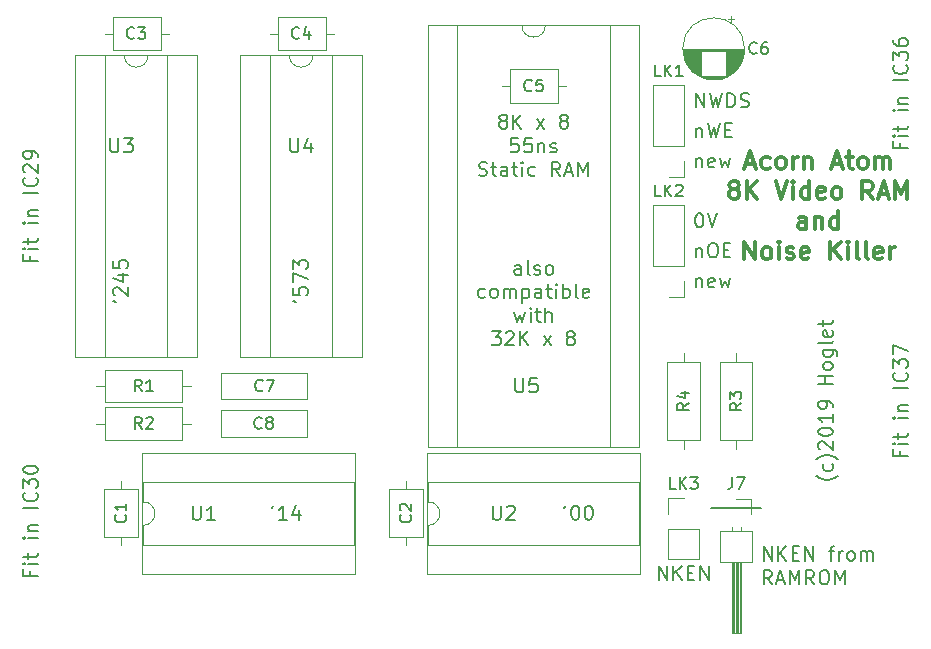
<source format=gto>
G04 #@! TF.GenerationSoftware,KiCad,Pcbnew,5.0.2-bee76a0~70~ubuntu16.04.1*
G04 #@! TF.CreationDate,2019-04-16T16:13:36+01:00*
G04 #@! TF.ProjectId,AtomRamAndNoiseKiller,41746f6d-5261-46d4-916e-644e6f697365,rev?*
G04 #@! TF.SameCoordinates,PX8e4fe28PY93c3260*
G04 #@! TF.FileFunction,Legend,Top*
G04 #@! TF.FilePolarity,Positive*
%FSLAX46Y46*%
G04 Gerber Fmt 4.6, Leading zero omitted, Abs format (unit mm)*
G04 Created by KiCad (PCBNEW 5.0.2-bee76a0~70~ubuntu16.04.1) date Tue 16 Apr 2019 16:13:36 BST*
%MOMM*%
%LPD*%
G01*
G04 APERTURE LIST*
%ADD10C,0.200000*%
%ADD11C,0.300000*%
%ADD12C,0.120000*%
%ADD13C,0.150000*%
G04 APERTURE END LIST*
D10*
X69580000Y10195715D02*
X69522857Y10138572D01*
X69351428Y10024286D01*
X69237142Y9967143D01*
X69065714Y9910000D01*
X68780000Y9852858D01*
X68551428Y9852858D01*
X68265714Y9910000D01*
X68094285Y9967143D01*
X67980000Y10024286D01*
X67808571Y10138572D01*
X67751428Y10195715D01*
X69065714Y11167143D02*
X69122857Y11052858D01*
X69122857Y10824286D01*
X69065714Y10710000D01*
X69008571Y10652858D01*
X68894285Y10595715D01*
X68551428Y10595715D01*
X68437142Y10652858D01*
X68380000Y10710000D01*
X68322857Y10824286D01*
X68322857Y11052858D01*
X68380000Y11167143D01*
X69580000Y11567143D02*
X69522857Y11624286D01*
X69351428Y11738572D01*
X69237142Y11795715D01*
X69065714Y11852858D01*
X68780000Y11910000D01*
X68551428Y11910000D01*
X68265714Y11852858D01*
X68094285Y11795715D01*
X67980000Y11738572D01*
X67808571Y11624286D01*
X67751428Y11567143D01*
X68037142Y12424286D02*
X67980000Y12481429D01*
X67922857Y12595715D01*
X67922857Y12881429D01*
X67980000Y12995715D01*
X68037142Y13052858D01*
X68151428Y13110000D01*
X68265714Y13110000D01*
X68437142Y13052858D01*
X69122857Y12367143D01*
X69122857Y13110000D01*
X67922857Y13852858D02*
X67922857Y13967143D01*
X67980000Y14081429D01*
X68037142Y14138572D01*
X68151428Y14195715D01*
X68380000Y14252858D01*
X68665714Y14252858D01*
X68894285Y14195715D01*
X69008571Y14138572D01*
X69065714Y14081429D01*
X69122857Y13967143D01*
X69122857Y13852858D01*
X69065714Y13738572D01*
X69008571Y13681429D01*
X68894285Y13624286D01*
X68665714Y13567143D01*
X68380000Y13567143D01*
X68151428Y13624286D01*
X68037142Y13681429D01*
X67980000Y13738572D01*
X67922857Y13852858D01*
X69122857Y15395715D02*
X69122857Y14710000D01*
X69122857Y15052858D02*
X67922857Y15052858D01*
X68094285Y14938572D01*
X68208571Y14824286D01*
X68265714Y14710000D01*
X69122857Y15967143D02*
X69122857Y16195715D01*
X69065714Y16310000D01*
X69008571Y16367143D01*
X68837142Y16481429D01*
X68608571Y16538572D01*
X68151428Y16538572D01*
X68037142Y16481429D01*
X67980000Y16424286D01*
X67922857Y16310000D01*
X67922857Y16081429D01*
X67980000Y15967143D01*
X68037142Y15910000D01*
X68151428Y15852858D01*
X68437142Y15852858D01*
X68551428Y15910000D01*
X68608571Y15967143D01*
X68665714Y16081429D01*
X68665714Y16310000D01*
X68608571Y16424286D01*
X68551428Y16481429D01*
X68437142Y16538572D01*
X69122857Y17967143D02*
X67922857Y17967143D01*
X68494285Y17967143D02*
X68494285Y18652858D01*
X69122857Y18652858D02*
X67922857Y18652858D01*
X69122857Y19395715D02*
X69065714Y19281429D01*
X69008571Y19224286D01*
X68894285Y19167143D01*
X68551428Y19167143D01*
X68437142Y19224286D01*
X68380000Y19281429D01*
X68322857Y19395715D01*
X68322857Y19567143D01*
X68380000Y19681429D01*
X68437142Y19738572D01*
X68551428Y19795715D01*
X68894285Y19795715D01*
X69008571Y19738572D01*
X69065714Y19681429D01*
X69122857Y19567143D01*
X69122857Y19395715D01*
X68322857Y20824286D02*
X69294285Y20824286D01*
X69408571Y20767143D01*
X69465714Y20710000D01*
X69522857Y20595715D01*
X69522857Y20424286D01*
X69465714Y20310000D01*
X69065714Y20824286D02*
X69122857Y20710000D01*
X69122857Y20481429D01*
X69065714Y20367143D01*
X69008571Y20310000D01*
X68894285Y20252858D01*
X68551428Y20252858D01*
X68437142Y20310000D01*
X68380000Y20367143D01*
X68322857Y20481429D01*
X68322857Y20710000D01*
X68380000Y20824286D01*
X69122857Y21567143D02*
X69065714Y21452858D01*
X68951428Y21395715D01*
X67922857Y21395715D01*
X69065714Y22481429D02*
X69122857Y22367143D01*
X69122857Y22138572D01*
X69065714Y22024286D01*
X68951428Y21967143D01*
X68494285Y21967143D01*
X68380000Y22024286D01*
X68322857Y22138572D01*
X68322857Y22367143D01*
X68380000Y22481429D01*
X68494285Y22538572D01*
X68608571Y22538572D01*
X68722857Y21967143D01*
X68322857Y22881429D02*
X68322857Y23338572D01*
X67922857Y23052858D02*
X68951428Y23052858D01*
X69065714Y23110000D01*
X69122857Y23224286D01*
X69122857Y23338572D01*
X42729285Y27222143D02*
X42729285Y27850715D01*
X42672142Y27965000D01*
X42557857Y28022143D01*
X42329285Y28022143D01*
X42215000Y27965000D01*
X42729285Y27279286D02*
X42615000Y27222143D01*
X42329285Y27222143D01*
X42215000Y27279286D01*
X42157857Y27393572D01*
X42157857Y27507858D01*
X42215000Y27622143D01*
X42329285Y27679286D01*
X42615000Y27679286D01*
X42729285Y27736429D01*
X43472142Y27222143D02*
X43357857Y27279286D01*
X43300714Y27393572D01*
X43300714Y28422143D01*
X43872142Y27279286D02*
X43986428Y27222143D01*
X44215000Y27222143D01*
X44329285Y27279286D01*
X44386428Y27393572D01*
X44386428Y27450715D01*
X44329285Y27565000D01*
X44215000Y27622143D01*
X44043571Y27622143D01*
X43929285Y27679286D01*
X43872142Y27793572D01*
X43872142Y27850715D01*
X43929285Y27965000D01*
X44043571Y28022143D01*
X44215000Y28022143D01*
X44329285Y27965000D01*
X45072142Y27222143D02*
X44957857Y27279286D01*
X44900714Y27336429D01*
X44843571Y27450715D01*
X44843571Y27793572D01*
X44900714Y27907858D01*
X44957857Y27965000D01*
X45072142Y28022143D01*
X45243571Y28022143D01*
X45357857Y27965000D01*
X45415000Y27907858D01*
X45472142Y27793572D01*
X45472142Y27450715D01*
X45415000Y27336429D01*
X45357857Y27279286D01*
X45243571Y27222143D01*
X45072142Y27222143D01*
X39672142Y25279286D02*
X39557857Y25222143D01*
X39329285Y25222143D01*
X39215000Y25279286D01*
X39157857Y25336429D01*
X39100714Y25450715D01*
X39100714Y25793572D01*
X39157857Y25907858D01*
X39215000Y25965000D01*
X39329285Y26022143D01*
X39557857Y26022143D01*
X39672142Y25965000D01*
X40357857Y25222143D02*
X40243571Y25279286D01*
X40186428Y25336429D01*
X40129285Y25450715D01*
X40129285Y25793572D01*
X40186428Y25907858D01*
X40243571Y25965000D01*
X40357857Y26022143D01*
X40529285Y26022143D01*
X40643571Y25965000D01*
X40700714Y25907858D01*
X40757857Y25793572D01*
X40757857Y25450715D01*
X40700714Y25336429D01*
X40643571Y25279286D01*
X40529285Y25222143D01*
X40357857Y25222143D01*
X41272142Y25222143D02*
X41272142Y26022143D01*
X41272142Y25907858D02*
X41329285Y25965000D01*
X41443571Y26022143D01*
X41615000Y26022143D01*
X41729285Y25965000D01*
X41786428Y25850715D01*
X41786428Y25222143D01*
X41786428Y25850715D02*
X41843571Y25965000D01*
X41957857Y26022143D01*
X42129285Y26022143D01*
X42243571Y25965000D01*
X42300714Y25850715D01*
X42300714Y25222143D01*
X42872142Y26022143D02*
X42872142Y24822143D01*
X42872142Y25965000D02*
X42986428Y26022143D01*
X43215000Y26022143D01*
X43329285Y25965000D01*
X43386428Y25907858D01*
X43443571Y25793572D01*
X43443571Y25450715D01*
X43386428Y25336429D01*
X43329285Y25279286D01*
X43215000Y25222143D01*
X42986428Y25222143D01*
X42872142Y25279286D01*
X44472142Y25222143D02*
X44472142Y25850715D01*
X44415000Y25965000D01*
X44300714Y26022143D01*
X44072142Y26022143D01*
X43957857Y25965000D01*
X44472142Y25279286D02*
X44357857Y25222143D01*
X44072142Y25222143D01*
X43957857Y25279286D01*
X43900714Y25393572D01*
X43900714Y25507858D01*
X43957857Y25622143D01*
X44072142Y25679286D01*
X44357857Y25679286D01*
X44472142Y25736429D01*
X44872142Y26022143D02*
X45329285Y26022143D01*
X45043571Y26422143D02*
X45043571Y25393572D01*
X45100714Y25279286D01*
X45215000Y25222143D01*
X45329285Y25222143D01*
X45729285Y25222143D02*
X45729285Y26022143D01*
X45729285Y26422143D02*
X45672142Y26365000D01*
X45729285Y26307858D01*
X45786428Y26365000D01*
X45729285Y26422143D01*
X45729285Y26307858D01*
X46300714Y25222143D02*
X46300714Y26422143D01*
X46300714Y25965000D02*
X46415000Y26022143D01*
X46643571Y26022143D01*
X46757857Y25965000D01*
X46815000Y25907858D01*
X46872142Y25793572D01*
X46872142Y25450715D01*
X46815000Y25336429D01*
X46757857Y25279286D01*
X46643571Y25222143D01*
X46415000Y25222143D01*
X46300714Y25279286D01*
X47557857Y25222143D02*
X47443571Y25279286D01*
X47386428Y25393572D01*
X47386428Y26422143D01*
X48472142Y25279286D02*
X48357857Y25222143D01*
X48129285Y25222143D01*
X48015000Y25279286D01*
X47957857Y25393572D01*
X47957857Y25850715D01*
X48015000Y25965000D01*
X48129285Y26022143D01*
X48357857Y26022143D01*
X48472142Y25965000D01*
X48529285Y25850715D01*
X48529285Y25736429D01*
X47957857Y25622143D01*
X42186428Y24022143D02*
X42415000Y23222143D01*
X42643571Y23793572D01*
X42872142Y23222143D01*
X43100714Y24022143D01*
X43557857Y23222143D02*
X43557857Y24022143D01*
X43557857Y24422143D02*
X43500714Y24365000D01*
X43557857Y24307858D01*
X43615000Y24365000D01*
X43557857Y24422143D01*
X43557857Y24307858D01*
X43957857Y24022143D02*
X44415000Y24022143D01*
X44129285Y24422143D02*
X44129285Y23393572D01*
X44186428Y23279286D01*
X44300714Y23222143D01*
X44415000Y23222143D01*
X44815000Y23222143D02*
X44815000Y24422143D01*
X45329285Y23222143D02*
X45329285Y23850715D01*
X45272142Y23965000D01*
X45157857Y24022143D01*
X44986428Y24022143D01*
X44872142Y23965000D01*
X44815000Y23907858D01*
X40272142Y22422143D02*
X41015000Y22422143D01*
X40615000Y21965000D01*
X40786428Y21965000D01*
X40900714Y21907858D01*
X40957857Y21850715D01*
X41015000Y21736429D01*
X41015000Y21450715D01*
X40957857Y21336429D01*
X40900714Y21279286D01*
X40786428Y21222143D01*
X40443571Y21222143D01*
X40329285Y21279286D01*
X40272142Y21336429D01*
X41472142Y22307858D02*
X41529285Y22365000D01*
X41643571Y22422143D01*
X41929285Y22422143D01*
X42043571Y22365000D01*
X42100714Y22307858D01*
X42157857Y22193572D01*
X42157857Y22079286D01*
X42100714Y21907858D01*
X41415000Y21222143D01*
X42157857Y21222143D01*
X42672142Y21222143D02*
X42672142Y22422143D01*
X43357857Y21222143D02*
X42843571Y21907858D01*
X43357857Y22422143D02*
X42672142Y21736429D01*
X44672142Y21222143D02*
X45300714Y22022143D01*
X44672142Y22022143D02*
X45300714Y21222143D01*
X46843571Y21907858D02*
X46729285Y21965000D01*
X46672142Y22022143D01*
X46615000Y22136429D01*
X46615000Y22193572D01*
X46672142Y22307858D01*
X46729285Y22365000D01*
X46843571Y22422143D01*
X47072142Y22422143D01*
X47186428Y22365000D01*
X47243571Y22307858D01*
X47300714Y22193572D01*
X47300714Y22136429D01*
X47243571Y22022143D01*
X47186428Y21965000D01*
X47072142Y21907858D01*
X46843571Y21907858D01*
X46729285Y21850715D01*
X46672142Y21793572D01*
X46615000Y21679286D01*
X46615000Y21450715D01*
X46672142Y21336429D01*
X46729285Y21279286D01*
X46843571Y21222143D01*
X47072142Y21222143D01*
X47186428Y21279286D01*
X47243571Y21336429D01*
X47300714Y21450715D01*
X47300714Y21679286D01*
X47243571Y21793572D01*
X47186428Y21850715D01*
X47072142Y21907858D01*
X57565714Y37087143D02*
X57565714Y36287143D01*
X57565714Y36972858D02*
X57622857Y37030000D01*
X57737142Y37087143D01*
X57908571Y37087143D01*
X58022857Y37030000D01*
X58080000Y36915715D01*
X58080000Y36287143D01*
X59108571Y36344286D02*
X58994285Y36287143D01*
X58765714Y36287143D01*
X58651428Y36344286D01*
X58594285Y36458572D01*
X58594285Y36915715D01*
X58651428Y37030000D01*
X58765714Y37087143D01*
X58994285Y37087143D01*
X59108571Y37030000D01*
X59165714Y36915715D01*
X59165714Y36801429D01*
X58594285Y36687143D01*
X59565714Y37087143D02*
X59794285Y36287143D01*
X60022857Y36858572D01*
X60251428Y36287143D01*
X60480000Y37087143D01*
X57565714Y26927143D02*
X57565714Y26127143D01*
X57565714Y26812858D02*
X57622857Y26870000D01*
X57737142Y26927143D01*
X57908571Y26927143D01*
X58022857Y26870000D01*
X58080000Y26755715D01*
X58080000Y26127143D01*
X59108571Y26184286D02*
X58994285Y26127143D01*
X58765714Y26127143D01*
X58651428Y26184286D01*
X58594285Y26298572D01*
X58594285Y26755715D01*
X58651428Y26870000D01*
X58765714Y26927143D01*
X58994285Y26927143D01*
X59108571Y26870000D01*
X59165714Y26755715D01*
X59165714Y26641429D01*
X58594285Y26527143D01*
X59565714Y26927143D02*
X59794285Y26127143D01*
X60022857Y26698572D01*
X60251428Y26127143D01*
X60480000Y26927143D01*
X57794285Y32407143D02*
X57908571Y32407143D01*
X58022857Y32350000D01*
X58080000Y32292858D01*
X58137142Y32178572D01*
X58194285Y31950000D01*
X58194285Y31664286D01*
X58137142Y31435715D01*
X58080000Y31321429D01*
X58022857Y31264286D01*
X57908571Y31207143D01*
X57794285Y31207143D01*
X57680000Y31264286D01*
X57622857Y31321429D01*
X57565714Y31435715D01*
X57508571Y31664286D01*
X57508571Y31950000D01*
X57565714Y32178572D01*
X57622857Y32292858D01*
X57680000Y32350000D01*
X57794285Y32407143D01*
X58537142Y32407143D02*
X58937142Y31207143D01*
X59337142Y32407143D01*
X57565714Y41367143D02*
X57565714Y42567143D01*
X58251428Y41367143D01*
X58251428Y42567143D01*
X58708571Y42567143D02*
X58994285Y41367143D01*
X59222857Y42224286D01*
X59451428Y41367143D01*
X59737142Y42567143D01*
X60194285Y41367143D02*
X60194285Y42567143D01*
X60480000Y42567143D01*
X60651428Y42510000D01*
X60765714Y42395715D01*
X60822857Y42281429D01*
X60880000Y42052858D01*
X60880000Y41881429D01*
X60822857Y41652858D01*
X60765714Y41538572D01*
X60651428Y41424286D01*
X60480000Y41367143D01*
X60194285Y41367143D01*
X61337142Y41424286D02*
X61508571Y41367143D01*
X61794285Y41367143D01*
X61908571Y41424286D01*
X61965714Y41481429D01*
X62022857Y41595715D01*
X62022857Y41710000D01*
X61965714Y41824286D01*
X61908571Y41881429D01*
X61794285Y41938572D01*
X61565714Y41995715D01*
X61451428Y42052858D01*
X61394285Y42110000D01*
X61337142Y42224286D01*
X61337142Y42338572D01*
X61394285Y42452858D01*
X61451428Y42510000D01*
X61565714Y42567143D01*
X61851428Y42567143D01*
X62022857Y42510000D01*
X57565714Y29467143D02*
X57565714Y28667143D01*
X57565714Y29352858D02*
X57622857Y29410000D01*
X57737142Y29467143D01*
X57908571Y29467143D01*
X58022857Y29410000D01*
X58080000Y29295715D01*
X58080000Y28667143D01*
X58880000Y29867143D02*
X59108571Y29867143D01*
X59222857Y29810000D01*
X59337142Y29695715D01*
X59394285Y29467143D01*
X59394285Y29067143D01*
X59337142Y28838572D01*
X59222857Y28724286D01*
X59108571Y28667143D01*
X58880000Y28667143D01*
X58765714Y28724286D01*
X58651428Y28838572D01*
X58594285Y29067143D01*
X58594285Y29467143D01*
X58651428Y29695715D01*
X58765714Y29810000D01*
X58880000Y29867143D01*
X59908571Y29295715D02*
X60308571Y29295715D01*
X60480000Y28667143D02*
X59908571Y28667143D01*
X59908571Y29867143D01*
X60480000Y29867143D01*
X57565714Y39627143D02*
X57565714Y38827143D01*
X57565714Y39512858D02*
X57622857Y39570000D01*
X57737142Y39627143D01*
X57908571Y39627143D01*
X58022857Y39570000D01*
X58080000Y39455715D01*
X58080000Y38827143D01*
X58537142Y40027143D02*
X58822857Y38827143D01*
X59051428Y39684286D01*
X59280000Y38827143D01*
X59565714Y40027143D01*
X60022857Y39455715D02*
X60422857Y39455715D01*
X60594285Y38827143D02*
X60022857Y38827143D01*
X60022857Y40027143D01*
X60594285Y40027143D01*
X41129285Y40242858D02*
X41015000Y40300000D01*
X40957857Y40357143D01*
X40900714Y40471429D01*
X40900714Y40528572D01*
X40957857Y40642858D01*
X41015000Y40700000D01*
X41129285Y40757143D01*
X41357857Y40757143D01*
X41472142Y40700000D01*
X41529285Y40642858D01*
X41586428Y40528572D01*
X41586428Y40471429D01*
X41529285Y40357143D01*
X41472142Y40300000D01*
X41357857Y40242858D01*
X41129285Y40242858D01*
X41015000Y40185715D01*
X40957857Y40128572D01*
X40900714Y40014286D01*
X40900714Y39785715D01*
X40957857Y39671429D01*
X41015000Y39614286D01*
X41129285Y39557143D01*
X41357857Y39557143D01*
X41472142Y39614286D01*
X41529285Y39671429D01*
X41586428Y39785715D01*
X41586428Y40014286D01*
X41529285Y40128572D01*
X41472142Y40185715D01*
X41357857Y40242858D01*
X42100714Y39557143D02*
X42100714Y40757143D01*
X42786428Y39557143D02*
X42272142Y40242858D01*
X42786428Y40757143D02*
X42100714Y40071429D01*
X44100714Y39557143D02*
X44729285Y40357143D01*
X44100714Y40357143D02*
X44729285Y39557143D01*
X46272142Y40242858D02*
X46157857Y40300000D01*
X46100714Y40357143D01*
X46043571Y40471429D01*
X46043571Y40528572D01*
X46100714Y40642858D01*
X46157857Y40700000D01*
X46272142Y40757143D01*
X46500714Y40757143D01*
X46615000Y40700000D01*
X46672142Y40642858D01*
X46729285Y40528572D01*
X46729285Y40471429D01*
X46672142Y40357143D01*
X46615000Y40300000D01*
X46500714Y40242858D01*
X46272142Y40242858D01*
X46157857Y40185715D01*
X46100714Y40128572D01*
X46043571Y40014286D01*
X46043571Y39785715D01*
X46100714Y39671429D01*
X46157857Y39614286D01*
X46272142Y39557143D01*
X46500714Y39557143D01*
X46615000Y39614286D01*
X46672142Y39671429D01*
X46729285Y39785715D01*
X46729285Y40014286D01*
X46672142Y40128572D01*
X46615000Y40185715D01*
X46500714Y40242858D01*
X42500714Y38757143D02*
X41929285Y38757143D01*
X41872142Y38185715D01*
X41929285Y38242858D01*
X42043571Y38300000D01*
X42329285Y38300000D01*
X42443571Y38242858D01*
X42500714Y38185715D01*
X42557857Y38071429D01*
X42557857Y37785715D01*
X42500714Y37671429D01*
X42443571Y37614286D01*
X42329285Y37557143D01*
X42043571Y37557143D01*
X41929285Y37614286D01*
X41872142Y37671429D01*
X43643571Y38757143D02*
X43072142Y38757143D01*
X43015000Y38185715D01*
X43072142Y38242858D01*
X43186428Y38300000D01*
X43472142Y38300000D01*
X43586428Y38242858D01*
X43643571Y38185715D01*
X43700714Y38071429D01*
X43700714Y37785715D01*
X43643571Y37671429D01*
X43586428Y37614286D01*
X43472142Y37557143D01*
X43186428Y37557143D01*
X43072142Y37614286D01*
X43015000Y37671429D01*
X44215000Y38357143D02*
X44215000Y37557143D01*
X44215000Y38242858D02*
X44272142Y38300000D01*
X44386428Y38357143D01*
X44557857Y38357143D01*
X44672142Y38300000D01*
X44729285Y38185715D01*
X44729285Y37557143D01*
X45243571Y37614286D02*
X45357857Y37557143D01*
X45586428Y37557143D01*
X45700714Y37614286D01*
X45757857Y37728572D01*
X45757857Y37785715D01*
X45700714Y37900000D01*
X45586428Y37957143D01*
X45415000Y37957143D01*
X45300714Y38014286D01*
X45243571Y38128572D01*
X45243571Y38185715D01*
X45300714Y38300000D01*
X45415000Y38357143D01*
X45586428Y38357143D01*
X45700714Y38300000D01*
X39186428Y35614286D02*
X39357857Y35557143D01*
X39643571Y35557143D01*
X39757857Y35614286D01*
X39815000Y35671429D01*
X39872142Y35785715D01*
X39872142Y35900000D01*
X39815000Y36014286D01*
X39757857Y36071429D01*
X39643571Y36128572D01*
X39415000Y36185715D01*
X39300714Y36242858D01*
X39243571Y36300000D01*
X39186428Y36414286D01*
X39186428Y36528572D01*
X39243571Y36642858D01*
X39300714Y36700000D01*
X39415000Y36757143D01*
X39700714Y36757143D01*
X39872142Y36700000D01*
X40215000Y36357143D02*
X40672142Y36357143D01*
X40386428Y36757143D02*
X40386428Y35728572D01*
X40443571Y35614286D01*
X40557857Y35557143D01*
X40672142Y35557143D01*
X41586428Y35557143D02*
X41586428Y36185715D01*
X41529285Y36300000D01*
X41415000Y36357143D01*
X41186428Y36357143D01*
X41072142Y36300000D01*
X41586428Y35614286D02*
X41472142Y35557143D01*
X41186428Y35557143D01*
X41072142Y35614286D01*
X41015000Y35728572D01*
X41015000Y35842858D01*
X41072142Y35957143D01*
X41186428Y36014286D01*
X41472142Y36014286D01*
X41586428Y36071429D01*
X41986428Y36357143D02*
X42443571Y36357143D01*
X42157857Y36757143D02*
X42157857Y35728572D01*
X42215000Y35614286D01*
X42329285Y35557143D01*
X42443571Y35557143D01*
X42843571Y35557143D02*
X42843571Y36357143D01*
X42843571Y36757143D02*
X42786428Y36700000D01*
X42843571Y36642858D01*
X42900714Y36700000D01*
X42843571Y36757143D01*
X42843571Y36642858D01*
X43929285Y35614286D02*
X43815000Y35557143D01*
X43586428Y35557143D01*
X43472142Y35614286D01*
X43415000Y35671429D01*
X43357857Y35785715D01*
X43357857Y36128572D01*
X43415000Y36242858D01*
X43472142Y36300000D01*
X43586428Y36357143D01*
X43815000Y36357143D01*
X43929285Y36300000D01*
X46043571Y35557143D02*
X45643571Y36128572D01*
X45357857Y35557143D02*
X45357857Y36757143D01*
X45815000Y36757143D01*
X45929285Y36700000D01*
X45986428Y36642858D01*
X46043571Y36528572D01*
X46043571Y36357143D01*
X45986428Y36242858D01*
X45929285Y36185715D01*
X45815000Y36128572D01*
X45357857Y36128572D01*
X46500714Y35900000D02*
X47072142Y35900000D01*
X46386428Y35557143D02*
X46786428Y36757143D01*
X47186428Y35557143D01*
X47586428Y35557143D02*
X47586428Y36757143D01*
X47986428Y35900000D01*
X48386428Y36757143D01*
X48386428Y35557143D01*
X46539285Y7642143D02*
X46425000Y7413572D01*
X47282142Y7642143D02*
X47396428Y7642143D01*
X47510714Y7585000D01*
X47567857Y7527858D01*
X47625000Y7413572D01*
X47682142Y7185000D01*
X47682142Y6899286D01*
X47625000Y6670715D01*
X47567857Y6556429D01*
X47510714Y6499286D01*
X47396428Y6442143D01*
X47282142Y6442143D01*
X47167857Y6499286D01*
X47110714Y6556429D01*
X47053571Y6670715D01*
X46996428Y6899286D01*
X46996428Y7185000D01*
X47053571Y7413572D01*
X47110714Y7527858D01*
X47167857Y7585000D01*
X47282142Y7642143D01*
X48425000Y7642143D02*
X48539285Y7642143D01*
X48653571Y7585000D01*
X48710714Y7527858D01*
X48767857Y7413572D01*
X48825000Y7185000D01*
X48825000Y6899286D01*
X48767857Y6670715D01*
X48710714Y6556429D01*
X48653571Y6499286D01*
X48539285Y6442143D01*
X48425000Y6442143D01*
X48310714Y6499286D01*
X48253571Y6556429D01*
X48196428Y6670715D01*
X48139285Y6899286D01*
X48139285Y7185000D01*
X48196428Y7413572D01*
X48253571Y7527858D01*
X48310714Y7585000D01*
X48425000Y7642143D01*
X58801000Y7493000D02*
X63068200Y7493000D01*
X21774285Y7642143D02*
X21660000Y7413572D01*
X22917142Y6442143D02*
X22231428Y6442143D01*
X22574285Y6442143D02*
X22574285Y7642143D01*
X22460000Y7470715D01*
X22345714Y7356429D01*
X22231428Y7299286D01*
X23945714Y7242143D02*
X23945714Y6442143D01*
X23660000Y7699286D02*
X23374285Y6842143D01*
X24117142Y6842143D01*
X23472857Y25012858D02*
X23701428Y24898572D01*
X23472857Y26098572D02*
X23472857Y25527143D01*
X24044285Y25470000D01*
X23987142Y25527143D01*
X23930000Y25641429D01*
X23930000Y25927143D01*
X23987142Y26041429D01*
X24044285Y26098572D01*
X24158571Y26155715D01*
X24444285Y26155715D01*
X24558571Y26098572D01*
X24615714Y26041429D01*
X24672857Y25927143D01*
X24672857Y25641429D01*
X24615714Y25527143D01*
X24558571Y25470000D01*
X23472857Y26555715D02*
X23472857Y27355715D01*
X24672857Y26841429D01*
X23472857Y27698572D02*
X23472857Y28441429D01*
X23930000Y28041429D01*
X23930000Y28212858D01*
X23987142Y28327143D01*
X24044285Y28384286D01*
X24158571Y28441429D01*
X24444285Y28441429D01*
X24558571Y28384286D01*
X24615714Y28327143D01*
X24672857Y28212858D01*
X24672857Y27870000D01*
X24615714Y27755715D01*
X24558571Y27698572D01*
X8232857Y25012858D02*
X8461428Y24898572D01*
X8347142Y25470000D02*
X8290000Y25527143D01*
X8232857Y25641429D01*
X8232857Y25927143D01*
X8290000Y26041429D01*
X8347142Y26098572D01*
X8461428Y26155715D01*
X8575714Y26155715D01*
X8747142Y26098572D01*
X9432857Y25412858D01*
X9432857Y26155715D01*
X8632857Y27184286D02*
X9432857Y27184286D01*
X8175714Y26898572D02*
X9032857Y26612858D01*
X9032857Y27355715D01*
X8232857Y28384286D02*
X8232857Y27812858D01*
X8804285Y27755715D01*
X8747142Y27812858D01*
X8690000Y27927143D01*
X8690000Y28212858D01*
X8747142Y28327143D01*
X8804285Y28384286D01*
X8918571Y28441429D01*
X9204285Y28441429D01*
X9318571Y28384286D01*
X9375714Y28327143D01*
X9432857Y28212858D01*
X9432857Y27927143D01*
X9375714Y27812858D01*
X9318571Y27755715D01*
X74844285Y12281429D02*
X74844285Y11881429D01*
X75472857Y11881429D02*
X74272857Y11881429D01*
X74272857Y12452858D01*
X75472857Y12910000D02*
X74672857Y12910000D01*
X74272857Y12910000D02*
X74330000Y12852858D01*
X74387142Y12910000D01*
X74330000Y12967143D01*
X74272857Y12910000D01*
X74387142Y12910000D01*
X74672857Y13310000D02*
X74672857Y13767143D01*
X74272857Y13481429D02*
X75301428Y13481429D01*
X75415714Y13538572D01*
X75472857Y13652858D01*
X75472857Y13767143D01*
X75472857Y15081429D02*
X74672857Y15081429D01*
X74272857Y15081429D02*
X74330000Y15024286D01*
X74387142Y15081429D01*
X74330000Y15138572D01*
X74272857Y15081429D01*
X74387142Y15081429D01*
X74672857Y15652858D02*
X75472857Y15652858D01*
X74787142Y15652858D02*
X74730000Y15710000D01*
X74672857Y15824286D01*
X74672857Y15995715D01*
X74730000Y16110000D01*
X74844285Y16167143D01*
X75472857Y16167143D01*
X75472857Y17652858D02*
X74272857Y17652858D01*
X75358571Y18910000D02*
X75415714Y18852858D01*
X75472857Y18681429D01*
X75472857Y18567143D01*
X75415714Y18395715D01*
X75301428Y18281429D01*
X75187142Y18224286D01*
X74958571Y18167143D01*
X74787142Y18167143D01*
X74558571Y18224286D01*
X74444285Y18281429D01*
X74330000Y18395715D01*
X74272857Y18567143D01*
X74272857Y18681429D01*
X74330000Y18852858D01*
X74387142Y18910000D01*
X74272857Y19310000D02*
X74272857Y20052858D01*
X74730000Y19652858D01*
X74730000Y19824286D01*
X74787142Y19938572D01*
X74844285Y19995715D01*
X74958571Y20052858D01*
X75244285Y20052858D01*
X75358571Y19995715D01*
X75415714Y19938572D01*
X75472857Y19824286D01*
X75472857Y19481429D01*
X75415714Y19367143D01*
X75358571Y19310000D01*
X74272857Y20452858D02*
X74272857Y21252858D01*
X75472857Y20738572D01*
X74844285Y38316429D02*
X74844285Y37916429D01*
X75472857Y37916429D02*
X74272857Y37916429D01*
X74272857Y38487858D01*
X75472857Y38945000D02*
X74672857Y38945000D01*
X74272857Y38945000D02*
X74330000Y38887858D01*
X74387142Y38945000D01*
X74330000Y39002143D01*
X74272857Y38945000D01*
X74387142Y38945000D01*
X74672857Y39345000D02*
X74672857Y39802143D01*
X74272857Y39516429D02*
X75301428Y39516429D01*
X75415714Y39573572D01*
X75472857Y39687858D01*
X75472857Y39802143D01*
X75472857Y41116429D02*
X74672857Y41116429D01*
X74272857Y41116429D02*
X74330000Y41059286D01*
X74387142Y41116429D01*
X74330000Y41173572D01*
X74272857Y41116429D01*
X74387142Y41116429D01*
X74672857Y41687858D02*
X75472857Y41687858D01*
X74787142Y41687858D02*
X74730000Y41745000D01*
X74672857Y41859286D01*
X74672857Y42030715D01*
X74730000Y42145000D01*
X74844285Y42202143D01*
X75472857Y42202143D01*
X75472857Y43687858D02*
X74272857Y43687858D01*
X75358571Y44945000D02*
X75415714Y44887858D01*
X75472857Y44716429D01*
X75472857Y44602143D01*
X75415714Y44430715D01*
X75301428Y44316429D01*
X75187142Y44259286D01*
X74958571Y44202143D01*
X74787142Y44202143D01*
X74558571Y44259286D01*
X74444285Y44316429D01*
X74330000Y44430715D01*
X74272857Y44602143D01*
X74272857Y44716429D01*
X74330000Y44887858D01*
X74387142Y44945000D01*
X74272857Y45345000D02*
X74272857Y46087858D01*
X74730000Y45687858D01*
X74730000Y45859286D01*
X74787142Y45973572D01*
X74844285Y46030715D01*
X74958571Y46087858D01*
X75244285Y46087858D01*
X75358571Y46030715D01*
X75415714Y45973572D01*
X75472857Y45859286D01*
X75472857Y45516429D01*
X75415714Y45402143D01*
X75358571Y45345000D01*
X74272857Y47116429D02*
X74272857Y46887858D01*
X74330000Y46773572D01*
X74387142Y46716429D01*
X74558571Y46602143D01*
X74787142Y46545000D01*
X75244285Y46545000D01*
X75358571Y46602143D01*
X75415714Y46659286D01*
X75472857Y46773572D01*
X75472857Y47002143D01*
X75415714Y47116429D01*
X75358571Y47173572D01*
X75244285Y47230715D01*
X74958571Y47230715D01*
X74844285Y47173572D01*
X74787142Y47116429D01*
X74730000Y47002143D01*
X74730000Y46773572D01*
X74787142Y46659286D01*
X74844285Y46602143D01*
X74958571Y46545000D01*
X63280714Y2997143D02*
X63280714Y4197143D01*
X63966428Y2997143D01*
X63966428Y4197143D01*
X64537857Y2997143D02*
X64537857Y4197143D01*
X65223571Y2997143D02*
X64709285Y3682858D01*
X65223571Y4197143D02*
X64537857Y3511429D01*
X65737857Y3625715D02*
X66137857Y3625715D01*
X66309285Y2997143D02*
X65737857Y2997143D01*
X65737857Y4197143D01*
X66309285Y4197143D01*
X66823571Y2997143D02*
X66823571Y4197143D01*
X67509285Y2997143D01*
X67509285Y4197143D01*
X68823571Y3797143D02*
X69280714Y3797143D01*
X68995000Y2997143D02*
X68995000Y4025715D01*
X69052142Y4140000D01*
X69166428Y4197143D01*
X69280714Y4197143D01*
X69680714Y2997143D02*
X69680714Y3797143D01*
X69680714Y3568572D02*
X69737857Y3682858D01*
X69795000Y3740000D01*
X69909285Y3797143D01*
X70023571Y3797143D01*
X70595000Y2997143D02*
X70480714Y3054286D01*
X70423571Y3111429D01*
X70366428Y3225715D01*
X70366428Y3568572D01*
X70423571Y3682858D01*
X70480714Y3740000D01*
X70595000Y3797143D01*
X70766428Y3797143D01*
X70880714Y3740000D01*
X70937857Y3682858D01*
X70995000Y3568572D01*
X70995000Y3225715D01*
X70937857Y3111429D01*
X70880714Y3054286D01*
X70766428Y2997143D01*
X70595000Y2997143D01*
X71509285Y2997143D02*
X71509285Y3797143D01*
X71509285Y3682858D02*
X71566428Y3740000D01*
X71680714Y3797143D01*
X71852142Y3797143D01*
X71966428Y3740000D01*
X72023571Y3625715D01*
X72023571Y2997143D01*
X72023571Y3625715D02*
X72080714Y3740000D01*
X72195000Y3797143D01*
X72366428Y3797143D01*
X72480714Y3740000D01*
X72537857Y3625715D01*
X72537857Y2997143D01*
X63966428Y997143D02*
X63566428Y1568572D01*
X63280714Y997143D02*
X63280714Y2197143D01*
X63737857Y2197143D01*
X63852142Y2140000D01*
X63909285Y2082858D01*
X63966428Y1968572D01*
X63966428Y1797143D01*
X63909285Y1682858D01*
X63852142Y1625715D01*
X63737857Y1568572D01*
X63280714Y1568572D01*
X64423571Y1340000D02*
X64995000Y1340000D01*
X64309285Y997143D02*
X64709285Y2197143D01*
X65109285Y997143D01*
X65509285Y997143D02*
X65509285Y2197143D01*
X65909285Y1340000D01*
X66309285Y2197143D01*
X66309285Y997143D01*
X67566428Y997143D02*
X67166428Y1568572D01*
X66880714Y997143D02*
X66880714Y2197143D01*
X67337857Y2197143D01*
X67452142Y2140000D01*
X67509285Y2082858D01*
X67566428Y1968572D01*
X67566428Y1797143D01*
X67509285Y1682858D01*
X67452142Y1625715D01*
X67337857Y1568572D01*
X66880714Y1568572D01*
X68309285Y2197143D02*
X68537857Y2197143D01*
X68652142Y2140000D01*
X68766428Y2025715D01*
X68823571Y1797143D01*
X68823571Y1397143D01*
X68766428Y1168572D01*
X68652142Y1054286D01*
X68537857Y997143D01*
X68309285Y997143D01*
X68195000Y1054286D01*
X68080714Y1168572D01*
X68023571Y1397143D01*
X68023571Y1797143D01*
X68080714Y2025715D01*
X68195000Y2140000D01*
X68309285Y2197143D01*
X69337857Y997143D02*
X69337857Y2197143D01*
X69737857Y1340000D01*
X70137857Y2197143D01*
X70137857Y997143D01*
X54400714Y1362143D02*
X54400714Y2562143D01*
X55086428Y1362143D01*
X55086428Y2562143D01*
X55657857Y1362143D02*
X55657857Y2562143D01*
X56343571Y1362143D02*
X55829285Y2047858D01*
X56343571Y2562143D02*
X55657857Y1876429D01*
X56857857Y1990715D02*
X57257857Y1990715D01*
X57429285Y1362143D02*
X56857857Y1362143D01*
X56857857Y2562143D01*
X57429285Y2562143D01*
X57943571Y1362143D02*
X57943571Y2562143D01*
X58629285Y1362143D01*
X58629285Y2562143D01*
X1184285Y2121429D02*
X1184285Y1721429D01*
X1812857Y1721429D02*
X612857Y1721429D01*
X612857Y2292858D01*
X1812857Y2750000D02*
X1012857Y2750000D01*
X612857Y2750000D02*
X670000Y2692858D01*
X727142Y2750000D01*
X670000Y2807143D01*
X612857Y2750000D01*
X727142Y2750000D01*
X1012857Y3150000D02*
X1012857Y3607143D01*
X612857Y3321429D02*
X1641428Y3321429D01*
X1755714Y3378572D01*
X1812857Y3492858D01*
X1812857Y3607143D01*
X1812857Y4921429D02*
X1012857Y4921429D01*
X612857Y4921429D02*
X670000Y4864286D01*
X727142Y4921429D01*
X670000Y4978572D01*
X612857Y4921429D01*
X727142Y4921429D01*
X1012857Y5492858D02*
X1812857Y5492858D01*
X1127142Y5492858D02*
X1070000Y5550000D01*
X1012857Y5664286D01*
X1012857Y5835715D01*
X1070000Y5950000D01*
X1184285Y6007143D01*
X1812857Y6007143D01*
X1812857Y7492858D02*
X612857Y7492858D01*
X1698571Y8750000D02*
X1755714Y8692858D01*
X1812857Y8521429D01*
X1812857Y8407143D01*
X1755714Y8235715D01*
X1641428Y8121429D01*
X1527142Y8064286D01*
X1298571Y8007143D01*
X1127142Y8007143D01*
X898571Y8064286D01*
X784285Y8121429D01*
X670000Y8235715D01*
X612857Y8407143D01*
X612857Y8521429D01*
X670000Y8692858D01*
X727142Y8750000D01*
X612857Y9150000D02*
X612857Y9892858D01*
X1070000Y9492858D01*
X1070000Y9664286D01*
X1127142Y9778572D01*
X1184285Y9835715D01*
X1298571Y9892858D01*
X1584285Y9892858D01*
X1698571Y9835715D01*
X1755714Y9778572D01*
X1812857Y9664286D01*
X1812857Y9321429D01*
X1755714Y9207143D01*
X1698571Y9150000D01*
X612857Y10635715D02*
X612857Y10750000D01*
X670000Y10864286D01*
X727142Y10921429D01*
X841428Y10978572D01*
X1070000Y11035715D01*
X1355714Y11035715D01*
X1584285Y10978572D01*
X1698571Y10921429D01*
X1755714Y10864286D01*
X1812857Y10750000D01*
X1812857Y10635715D01*
X1755714Y10521429D01*
X1698571Y10464286D01*
X1584285Y10407143D01*
X1355714Y10350000D01*
X1070000Y10350000D01*
X841428Y10407143D01*
X727142Y10464286D01*
X670000Y10521429D01*
X612857Y10635715D01*
X1184285Y28791429D02*
X1184285Y28391429D01*
X1812857Y28391429D02*
X612857Y28391429D01*
X612857Y28962858D01*
X1812857Y29420000D02*
X1012857Y29420000D01*
X612857Y29420000D02*
X670000Y29362858D01*
X727142Y29420000D01*
X670000Y29477143D01*
X612857Y29420000D01*
X727142Y29420000D01*
X1012857Y29820000D02*
X1012857Y30277143D01*
X612857Y29991429D02*
X1641428Y29991429D01*
X1755714Y30048572D01*
X1812857Y30162858D01*
X1812857Y30277143D01*
X1812857Y31591429D02*
X1012857Y31591429D01*
X612857Y31591429D02*
X670000Y31534286D01*
X727142Y31591429D01*
X670000Y31648572D01*
X612857Y31591429D01*
X727142Y31591429D01*
X1012857Y32162858D02*
X1812857Y32162858D01*
X1127142Y32162858D02*
X1070000Y32220000D01*
X1012857Y32334286D01*
X1012857Y32505715D01*
X1070000Y32620000D01*
X1184285Y32677143D01*
X1812857Y32677143D01*
X1812857Y34162858D02*
X612857Y34162858D01*
X1698571Y35420000D02*
X1755714Y35362858D01*
X1812857Y35191429D01*
X1812857Y35077143D01*
X1755714Y34905715D01*
X1641428Y34791429D01*
X1527142Y34734286D01*
X1298571Y34677143D01*
X1127142Y34677143D01*
X898571Y34734286D01*
X784285Y34791429D01*
X670000Y34905715D01*
X612857Y35077143D01*
X612857Y35191429D01*
X670000Y35362858D01*
X727142Y35420000D01*
X727142Y35877143D02*
X670000Y35934286D01*
X612857Y36048572D01*
X612857Y36334286D01*
X670000Y36448572D01*
X727142Y36505715D01*
X841428Y36562858D01*
X955714Y36562858D01*
X1127142Y36505715D01*
X1812857Y35820000D01*
X1812857Y36562858D01*
X1812857Y37134286D02*
X1812857Y37362858D01*
X1755714Y37477143D01*
X1698571Y37534286D01*
X1527142Y37648572D01*
X1298571Y37705715D01*
X841428Y37705715D01*
X727142Y37648572D01*
X670000Y37591429D01*
X612857Y37477143D01*
X612857Y37248572D01*
X670000Y37134286D01*
X727142Y37077143D01*
X841428Y37020000D01*
X1127142Y37020000D01*
X1241428Y37077143D01*
X1298571Y37134286D01*
X1355714Y37248572D01*
X1355714Y37477143D01*
X1298571Y37591429D01*
X1241428Y37648572D01*
X1127142Y37705715D01*
D11*
X61802142Y36595000D02*
X62516428Y36595000D01*
X61659285Y36166429D02*
X62159285Y37666429D01*
X62659285Y36166429D01*
X63802142Y36237858D02*
X63659285Y36166429D01*
X63373571Y36166429D01*
X63230714Y36237858D01*
X63159285Y36309286D01*
X63087857Y36452143D01*
X63087857Y36880715D01*
X63159285Y37023572D01*
X63230714Y37095000D01*
X63373571Y37166429D01*
X63659285Y37166429D01*
X63802142Y37095000D01*
X64659285Y36166429D02*
X64516428Y36237858D01*
X64445000Y36309286D01*
X64373571Y36452143D01*
X64373571Y36880715D01*
X64445000Y37023572D01*
X64516428Y37095000D01*
X64659285Y37166429D01*
X64873571Y37166429D01*
X65016428Y37095000D01*
X65087857Y37023572D01*
X65159285Y36880715D01*
X65159285Y36452143D01*
X65087857Y36309286D01*
X65016428Y36237858D01*
X64873571Y36166429D01*
X64659285Y36166429D01*
X65802142Y36166429D02*
X65802142Y37166429D01*
X65802142Y36880715D02*
X65873571Y37023572D01*
X65945000Y37095000D01*
X66087857Y37166429D01*
X66230714Y37166429D01*
X66730714Y37166429D02*
X66730714Y36166429D01*
X66730714Y37023572D02*
X66802142Y37095000D01*
X66945000Y37166429D01*
X67159285Y37166429D01*
X67302142Y37095000D01*
X67373571Y36952143D01*
X67373571Y36166429D01*
X69159285Y36595000D02*
X69873571Y36595000D01*
X69016428Y36166429D02*
X69516428Y37666429D01*
X70016428Y36166429D01*
X70302142Y37166429D02*
X70873571Y37166429D01*
X70516428Y37666429D02*
X70516428Y36380715D01*
X70587857Y36237858D01*
X70730714Y36166429D01*
X70873571Y36166429D01*
X71587857Y36166429D02*
X71445000Y36237858D01*
X71373571Y36309286D01*
X71302142Y36452143D01*
X71302142Y36880715D01*
X71373571Y37023572D01*
X71445000Y37095000D01*
X71587857Y37166429D01*
X71802142Y37166429D01*
X71945000Y37095000D01*
X72016428Y37023572D01*
X72087857Y36880715D01*
X72087857Y36452143D01*
X72016428Y36309286D01*
X71945000Y36237858D01*
X71802142Y36166429D01*
X71587857Y36166429D01*
X72730714Y36166429D02*
X72730714Y37166429D01*
X72730714Y37023572D02*
X72802142Y37095000D01*
X72945000Y37166429D01*
X73159285Y37166429D01*
X73302142Y37095000D01*
X73373571Y36952143D01*
X73373571Y36166429D01*
X73373571Y36952143D02*
X73445000Y37095000D01*
X73587857Y37166429D01*
X73802142Y37166429D01*
X73945000Y37095000D01*
X74016428Y36952143D01*
X74016428Y36166429D01*
X60659285Y34473572D02*
X60516428Y34545000D01*
X60445000Y34616429D01*
X60373571Y34759286D01*
X60373571Y34830715D01*
X60445000Y34973572D01*
X60516428Y35045000D01*
X60659285Y35116429D01*
X60945000Y35116429D01*
X61087857Y35045000D01*
X61159285Y34973572D01*
X61230714Y34830715D01*
X61230714Y34759286D01*
X61159285Y34616429D01*
X61087857Y34545000D01*
X60945000Y34473572D01*
X60659285Y34473572D01*
X60516428Y34402143D01*
X60445000Y34330715D01*
X60373571Y34187858D01*
X60373571Y33902143D01*
X60445000Y33759286D01*
X60516428Y33687858D01*
X60659285Y33616429D01*
X60945000Y33616429D01*
X61087857Y33687858D01*
X61159285Y33759286D01*
X61230714Y33902143D01*
X61230714Y34187858D01*
X61159285Y34330715D01*
X61087857Y34402143D01*
X60945000Y34473572D01*
X61873571Y33616429D02*
X61873571Y35116429D01*
X62730714Y33616429D02*
X62087857Y34473572D01*
X62730714Y35116429D02*
X61873571Y34259286D01*
X64302142Y35116429D02*
X64802142Y33616429D01*
X65302142Y35116429D01*
X65802142Y33616429D02*
X65802142Y34616429D01*
X65802142Y35116429D02*
X65730714Y35045000D01*
X65802142Y34973572D01*
X65873571Y35045000D01*
X65802142Y35116429D01*
X65802142Y34973572D01*
X67159285Y33616429D02*
X67159285Y35116429D01*
X67159285Y33687858D02*
X67016428Y33616429D01*
X66730714Y33616429D01*
X66587857Y33687858D01*
X66516428Y33759286D01*
X66445000Y33902143D01*
X66445000Y34330715D01*
X66516428Y34473572D01*
X66587857Y34545000D01*
X66730714Y34616429D01*
X67016428Y34616429D01*
X67159285Y34545000D01*
X68445000Y33687858D02*
X68302142Y33616429D01*
X68016428Y33616429D01*
X67873571Y33687858D01*
X67802142Y33830715D01*
X67802142Y34402143D01*
X67873571Y34545000D01*
X68016428Y34616429D01*
X68302142Y34616429D01*
X68445000Y34545000D01*
X68516428Y34402143D01*
X68516428Y34259286D01*
X67802142Y34116429D01*
X69373571Y33616429D02*
X69230714Y33687858D01*
X69159285Y33759286D01*
X69087857Y33902143D01*
X69087857Y34330715D01*
X69159285Y34473572D01*
X69230714Y34545000D01*
X69373571Y34616429D01*
X69587857Y34616429D01*
X69730714Y34545000D01*
X69802142Y34473572D01*
X69873571Y34330715D01*
X69873571Y33902143D01*
X69802142Y33759286D01*
X69730714Y33687858D01*
X69587857Y33616429D01*
X69373571Y33616429D01*
X72516428Y33616429D02*
X72016428Y34330715D01*
X71659285Y33616429D02*
X71659285Y35116429D01*
X72230714Y35116429D01*
X72373571Y35045000D01*
X72445000Y34973572D01*
X72516428Y34830715D01*
X72516428Y34616429D01*
X72445000Y34473572D01*
X72373571Y34402143D01*
X72230714Y34330715D01*
X71659285Y34330715D01*
X73087857Y34045000D02*
X73802142Y34045000D01*
X72945000Y33616429D02*
X73445000Y35116429D01*
X73945000Y33616429D01*
X74445000Y33616429D02*
X74445000Y35116429D01*
X74945000Y34045000D01*
X75445000Y35116429D01*
X75445000Y33616429D01*
X66909285Y31066429D02*
X66909285Y31852143D01*
X66837857Y31995000D01*
X66695000Y32066429D01*
X66409285Y32066429D01*
X66266428Y31995000D01*
X66909285Y31137858D02*
X66766428Y31066429D01*
X66409285Y31066429D01*
X66266428Y31137858D01*
X66195000Y31280715D01*
X66195000Y31423572D01*
X66266428Y31566429D01*
X66409285Y31637858D01*
X66766428Y31637858D01*
X66909285Y31709286D01*
X67623571Y32066429D02*
X67623571Y31066429D01*
X67623571Y31923572D02*
X67695000Y31995000D01*
X67837857Y32066429D01*
X68052142Y32066429D01*
X68195000Y31995000D01*
X68266428Y31852143D01*
X68266428Y31066429D01*
X69623571Y31066429D02*
X69623571Y32566429D01*
X69623571Y31137858D02*
X69480714Y31066429D01*
X69195000Y31066429D01*
X69052142Y31137858D01*
X68980714Y31209286D01*
X68909285Y31352143D01*
X68909285Y31780715D01*
X68980714Y31923572D01*
X69052142Y31995000D01*
X69195000Y32066429D01*
X69480714Y32066429D01*
X69623571Y31995000D01*
X61659285Y28516429D02*
X61659285Y30016429D01*
X62516428Y28516429D01*
X62516428Y30016429D01*
X63445000Y28516429D02*
X63302142Y28587858D01*
X63230714Y28659286D01*
X63159285Y28802143D01*
X63159285Y29230715D01*
X63230714Y29373572D01*
X63302142Y29445000D01*
X63445000Y29516429D01*
X63659285Y29516429D01*
X63802142Y29445000D01*
X63873571Y29373572D01*
X63945000Y29230715D01*
X63945000Y28802143D01*
X63873571Y28659286D01*
X63802142Y28587858D01*
X63659285Y28516429D01*
X63445000Y28516429D01*
X64587857Y28516429D02*
X64587857Y29516429D01*
X64587857Y30016429D02*
X64516428Y29945000D01*
X64587857Y29873572D01*
X64659285Y29945000D01*
X64587857Y30016429D01*
X64587857Y29873572D01*
X65230714Y28587858D02*
X65373571Y28516429D01*
X65659285Y28516429D01*
X65802142Y28587858D01*
X65873571Y28730715D01*
X65873571Y28802143D01*
X65802142Y28945000D01*
X65659285Y29016429D01*
X65445000Y29016429D01*
X65302142Y29087858D01*
X65230714Y29230715D01*
X65230714Y29302143D01*
X65302142Y29445000D01*
X65445000Y29516429D01*
X65659285Y29516429D01*
X65802142Y29445000D01*
X67087857Y28587858D02*
X66945000Y28516429D01*
X66659285Y28516429D01*
X66516428Y28587858D01*
X66445000Y28730715D01*
X66445000Y29302143D01*
X66516428Y29445000D01*
X66659285Y29516429D01*
X66945000Y29516429D01*
X67087857Y29445000D01*
X67159285Y29302143D01*
X67159285Y29159286D01*
X66445000Y29016429D01*
X68945000Y28516429D02*
X68945000Y30016429D01*
X69802142Y28516429D02*
X69159285Y29373572D01*
X69802142Y30016429D02*
X68945000Y29159286D01*
X70445000Y28516429D02*
X70445000Y29516429D01*
X70445000Y30016429D02*
X70373571Y29945000D01*
X70445000Y29873572D01*
X70516428Y29945000D01*
X70445000Y30016429D01*
X70445000Y29873572D01*
X71373571Y28516429D02*
X71230714Y28587858D01*
X71159285Y28730715D01*
X71159285Y30016429D01*
X72159285Y28516429D02*
X72016428Y28587858D01*
X71945000Y28730715D01*
X71945000Y30016429D01*
X73302142Y28587858D02*
X73159285Y28516429D01*
X72873571Y28516429D01*
X72730714Y28587858D01*
X72659285Y28730715D01*
X72659285Y29302143D01*
X72730714Y29445000D01*
X72873571Y29516429D01*
X73159285Y29516429D01*
X73302142Y29445000D01*
X73373571Y29302143D01*
X73373571Y29159286D01*
X72659285Y29016429D01*
X74016428Y28516429D02*
X74016428Y29516429D01*
X74016428Y29230715D02*
X74087857Y29373572D01*
X74159285Y29445000D01*
X74302142Y29516429D01*
X74445000Y29516429D01*
D12*
G04 #@! TO.C,J7*
X62290000Y5545000D02*
X59630000Y5545000D01*
X59630000Y5545000D02*
X59630000Y2885000D01*
X59630000Y2885000D02*
X62290000Y2885000D01*
X62290000Y2885000D02*
X62290000Y5545000D01*
X61340000Y2885000D02*
X61340000Y-3115000D01*
X61340000Y-3115000D02*
X60580000Y-3115000D01*
X60580000Y-3115000D02*
X60580000Y2885000D01*
X61280000Y2885000D02*
X61280000Y-3115000D01*
X61160000Y2885000D02*
X61160000Y-3115000D01*
X61040000Y2885000D02*
X61040000Y-3115000D01*
X60920000Y2885000D02*
X60920000Y-3115000D01*
X60800000Y2885000D02*
X60800000Y-3115000D01*
X60680000Y2885000D02*
X60680000Y-3115000D01*
X61340000Y5875000D02*
X61340000Y5545000D01*
X60580000Y5875000D02*
X60580000Y5545000D01*
X60960000Y8255000D02*
X62230000Y8255000D01*
X62230000Y8255000D02*
X62230000Y6985000D01*
G04 #@! TO.C,LK3*
X55185000Y3115000D02*
X57845000Y3115000D01*
X55185000Y5715000D02*
X55185000Y3115000D01*
X57845000Y5715000D02*
X57845000Y3115000D01*
X55185000Y5715000D02*
X57845000Y5715000D01*
X55185000Y6985000D02*
X55185000Y8315000D01*
X55185000Y8315000D02*
X56515000Y8315000D01*
G04 #@! TO.C,LK2*
X56575000Y25340000D02*
X55245000Y25340000D01*
X56575000Y26670000D02*
X56575000Y25340000D01*
X56575000Y27940000D02*
X53915000Y27940000D01*
X53915000Y27940000D02*
X53915000Y33080000D01*
X56575000Y27940000D02*
X56575000Y33080000D01*
X56575000Y33080000D02*
X53915000Y33080000D01*
G04 #@! TO.C,LK1*
X56575000Y43240000D02*
X53915000Y43240000D01*
X56575000Y38100000D02*
X56575000Y43240000D01*
X53915000Y38100000D02*
X53915000Y43240000D01*
X56575000Y38100000D02*
X53915000Y38100000D01*
X56575000Y36830000D02*
X56575000Y35500000D01*
X56575000Y35500000D02*
X55245000Y35500000D01*
G04 #@! TO.C,U2*
X34805000Y12125000D02*
X34805000Y1845000D01*
X52825000Y12125000D02*
X34805000Y12125000D01*
X52825000Y1845000D02*
X52825000Y12125000D01*
X34805000Y1845000D02*
X52825000Y1845000D01*
X34865000Y9635000D02*
X34865000Y7985000D01*
X52765000Y9635000D02*
X34865000Y9635000D01*
X52765000Y4335000D02*
X52765000Y9635000D01*
X34865000Y4335000D02*
X52765000Y4335000D01*
X34865000Y5985000D02*
X34865000Y4335000D01*
X34865000Y7985000D02*
G75*
G02X34865000Y5985000I0J-1000000D01*
G01*
G04 #@! TO.C,C2*
X33020000Y4335000D02*
X33020000Y5025000D01*
X33020000Y9755000D02*
X33020000Y9065000D01*
X34440000Y5025000D02*
X34440000Y9065000D01*
X31600000Y5025000D02*
X34440000Y5025000D01*
X31600000Y9065000D02*
X31600000Y5025000D01*
X34440000Y9065000D02*
X31600000Y9065000D01*
G04 #@! TO.C,U1*
X10735000Y7985000D02*
G75*
G02X10735000Y5985000I0J-1000000D01*
G01*
X10735000Y5985000D02*
X10735000Y4335000D01*
X10735000Y4335000D02*
X28635000Y4335000D01*
X28635000Y4335000D02*
X28635000Y9635000D01*
X28635000Y9635000D02*
X10735000Y9635000D01*
X10735000Y9635000D02*
X10735000Y7985000D01*
X10675000Y1845000D02*
X28695000Y1845000D01*
X28695000Y1845000D02*
X28695000Y12125000D01*
X28695000Y12125000D02*
X10675000Y12125000D01*
X10675000Y12125000D02*
X10675000Y1845000D01*
G04 #@! TO.C,C8*
X17375000Y15725000D02*
X24615000Y15725000D01*
X17375000Y13485000D02*
X24615000Y13485000D01*
X17375000Y15725000D02*
X17375000Y13485000D01*
X24615000Y15725000D02*
X24615000Y13485000D01*
G04 #@! TO.C,R4*
X57885000Y19780000D02*
X55145000Y19780000D01*
X55145000Y19780000D02*
X55145000Y13240000D01*
X55145000Y13240000D02*
X57885000Y13240000D01*
X57885000Y13240000D02*
X57885000Y19780000D01*
X56515000Y20550000D02*
X56515000Y19780000D01*
X56515000Y12470000D02*
X56515000Y13240000D01*
G04 #@! TO.C,C1*
X8890000Y4335000D02*
X8890000Y5025000D01*
X8890000Y9755000D02*
X8890000Y9065000D01*
X10310000Y5025000D02*
X10310000Y9065000D01*
X7470000Y5025000D02*
X10310000Y5025000D01*
X7470000Y9065000D02*
X7470000Y5025000D01*
X10310000Y9065000D02*
X7470000Y9065000D01*
G04 #@! TO.C,C3*
X7510000Y47625000D02*
X8200000Y47625000D01*
X12930000Y47625000D02*
X12240000Y47625000D01*
X8200000Y46205000D02*
X12240000Y46205000D01*
X8200000Y49045000D02*
X8200000Y46205000D01*
X12240000Y49045000D02*
X8200000Y49045000D01*
X12240000Y46205000D02*
X12240000Y49045000D01*
G04 #@! TO.C,C4*
X21480000Y47625000D02*
X22170000Y47625000D01*
X26900000Y47625000D02*
X26210000Y47625000D01*
X22170000Y46205000D02*
X26210000Y46205000D01*
X22170000Y49045000D02*
X22170000Y46205000D01*
X26210000Y49045000D02*
X22170000Y49045000D01*
X26210000Y46205000D02*
X26210000Y49045000D01*
G04 #@! TO.C,C5*
X41165000Y43180000D02*
X41855000Y43180000D01*
X46585000Y43180000D02*
X45895000Y43180000D01*
X41855000Y41760000D02*
X45895000Y41760000D01*
X41855000Y44600000D02*
X41855000Y41760000D01*
X45895000Y44600000D02*
X41855000Y44600000D01*
X45895000Y41760000D02*
X45895000Y44600000D01*
G04 #@! TO.C,U5*
X52765000Y48380000D02*
X34865000Y48380000D01*
X52765000Y12580000D02*
X52765000Y48380000D01*
X34865000Y12580000D02*
X52765000Y12580000D01*
X34865000Y48380000D02*
X34865000Y12580000D01*
X50275000Y48320000D02*
X44815000Y48320000D01*
X50275000Y12640000D02*
X50275000Y48320000D01*
X37355000Y12640000D02*
X50275000Y12640000D01*
X37355000Y48320000D02*
X37355000Y12640000D01*
X42815000Y48320000D02*
X37355000Y48320000D01*
X44815000Y48320000D02*
G75*
G02X42815000Y48320000I-1000000J0D01*
G01*
G04 #@! TO.C,C6*
X60780000Y48889775D02*
X60280000Y48889775D01*
X60530000Y49139775D02*
X60530000Y48639775D01*
X59339000Y43734000D02*
X58771000Y43734000D01*
X59573000Y43774000D02*
X58537000Y43774000D01*
X59732000Y43814000D02*
X58378000Y43814000D01*
X59860000Y43854000D02*
X58250000Y43854000D01*
X59970000Y43894000D02*
X58140000Y43894000D01*
X60066000Y43934000D02*
X58044000Y43934000D01*
X60153000Y43974000D02*
X57957000Y43974000D01*
X60233000Y44014000D02*
X57877000Y44014000D01*
X58015000Y44054000D02*
X57804000Y44054000D01*
X60306000Y44054000D02*
X60095000Y44054000D01*
X58015000Y44094000D02*
X57736000Y44094000D01*
X60374000Y44094000D02*
X60095000Y44094000D01*
X58015000Y44134000D02*
X57672000Y44134000D01*
X60438000Y44134000D02*
X60095000Y44134000D01*
X58015000Y44174000D02*
X57612000Y44174000D01*
X60498000Y44174000D02*
X60095000Y44174000D01*
X58015000Y44214000D02*
X57555000Y44214000D01*
X60555000Y44214000D02*
X60095000Y44214000D01*
X58015000Y44254000D02*
X57501000Y44254000D01*
X60609000Y44254000D02*
X60095000Y44254000D01*
X58015000Y44294000D02*
X57450000Y44294000D01*
X60660000Y44294000D02*
X60095000Y44294000D01*
X58015000Y44334000D02*
X57402000Y44334000D01*
X60708000Y44334000D02*
X60095000Y44334000D01*
X58015000Y44374000D02*
X57356000Y44374000D01*
X60754000Y44374000D02*
X60095000Y44374000D01*
X58015000Y44414000D02*
X57312000Y44414000D01*
X60798000Y44414000D02*
X60095000Y44414000D01*
X58015000Y44454000D02*
X57270000Y44454000D01*
X60840000Y44454000D02*
X60095000Y44454000D01*
X58015000Y44494000D02*
X57229000Y44494000D01*
X60881000Y44494000D02*
X60095000Y44494000D01*
X58015000Y44534000D02*
X57191000Y44534000D01*
X60919000Y44534000D02*
X60095000Y44534000D01*
X58015000Y44574000D02*
X57154000Y44574000D01*
X60956000Y44574000D02*
X60095000Y44574000D01*
X58015000Y44614000D02*
X57118000Y44614000D01*
X60992000Y44614000D02*
X60095000Y44614000D01*
X58015000Y44654000D02*
X57084000Y44654000D01*
X61026000Y44654000D02*
X60095000Y44654000D01*
X58015000Y44694000D02*
X57051000Y44694000D01*
X61059000Y44694000D02*
X60095000Y44694000D01*
X58015000Y44734000D02*
X57020000Y44734000D01*
X61090000Y44734000D02*
X60095000Y44734000D01*
X58015000Y44774000D02*
X56990000Y44774000D01*
X61120000Y44774000D02*
X60095000Y44774000D01*
X58015000Y44814000D02*
X56960000Y44814000D01*
X61150000Y44814000D02*
X60095000Y44814000D01*
X58015000Y44854000D02*
X56933000Y44854000D01*
X61177000Y44854000D02*
X60095000Y44854000D01*
X58015000Y44894000D02*
X56906000Y44894000D01*
X61204000Y44894000D02*
X60095000Y44894000D01*
X58015000Y44934000D02*
X56880000Y44934000D01*
X61230000Y44934000D02*
X60095000Y44934000D01*
X58015000Y44974000D02*
X56855000Y44974000D01*
X61255000Y44974000D02*
X60095000Y44974000D01*
X58015000Y45014000D02*
X56831000Y45014000D01*
X61279000Y45014000D02*
X60095000Y45014000D01*
X58015000Y45054000D02*
X56808000Y45054000D01*
X61302000Y45054000D02*
X60095000Y45054000D01*
X58015000Y45094000D02*
X56787000Y45094000D01*
X61323000Y45094000D02*
X60095000Y45094000D01*
X58015000Y45134000D02*
X56765000Y45134000D01*
X61345000Y45134000D02*
X60095000Y45134000D01*
X58015000Y45174000D02*
X56745000Y45174000D01*
X61365000Y45174000D02*
X60095000Y45174000D01*
X58015000Y45214000D02*
X56726000Y45214000D01*
X61384000Y45214000D02*
X60095000Y45214000D01*
X58015000Y45254000D02*
X56707000Y45254000D01*
X61403000Y45254000D02*
X60095000Y45254000D01*
X58015000Y45294000D02*
X56690000Y45294000D01*
X61420000Y45294000D02*
X60095000Y45294000D01*
X58015000Y45334000D02*
X56673000Y45334000D01*
X61437000Y45334000D02*
X60095000Y45334000D01*
X58015000Y45374000D02*
X56657000Y45374000D01*
X61453000Y45374000D02*
X60095000Y45374000D01*
X58015000Y45414000D02*
X56641000Y45414000D01*
X61469000Y45414000D02*
X60095000Y45414000D01*
X58015000Y45454000D02*
X56627000Y45454000D01*
X61483000Y45454000D02*
X60095000Y45454000D01*
X58015000Y45494000D02*
X56613000Y45494000D01*
X61497000Y45494000D02*
X60095000Y45494000D01*
X58015000Y45534000D02*
X56600000Y45534000D01*
X61510000Y45534000D02*
X60095000Y45534000D01*
X58015000Y45574000D02*
X56587000Y45574000D01*
X61523000Y45574000D02*
X60095000Y45574000D01*
X58015000Y45614000D02*
X56575000Y45614000D01*
X61535000Y45614000D02*
X60095000Y45614000D01*
X58015000Y45655000D02*
X56564000Y45655000D01*
X61546000Y45655000D02*
X60095000Y45655000D01*
X58015000Y45695000D02*
X56554000Y45695000D01*
X61556000Y45695000D02*
X60095000Y45695000D01*
X58015000Y45735000D02*
X56544000Y45735000D01*
X61566000Y45735000D02*
X60095000Y45735000D01*
X58015000Y45775000D02*
X56535000Y45775000D01*
X61575000Y45775000D02*
X60095000Y45775000D01*
X58015000Y45815000D02*
X56527000Y45815000D01*
X61583000Y45815000D02*
X60095000Y45815000D01*
X58015000Y45855000D02*
X56519000Y45855000D01*
X61591000Y45855000D02*
X60095000Y45855000D01*
X58015000Y45895000D02*
X56512000Y45895000D01*
X61598000Y45895000D02*
X60095000Y45895000D01*
X58015000Y45935000D02*
X56505000Y45935000D01*
X61605000Y45935000D02*
X60095000Y45935000D01*
X58015000Y45975000D02*
X56499000Y45975000D01*
X61611000Y45975000D02*
X60095000Y45975000D01*
X58015000Y46015000D02*
X56494000Y46015000D01*
X61616000Y46015000D02*
X60095000Y46015000D01*
X58015000Y46055000D02*
X56490000Y46055000D01*
X61620000Y46055000D02*
X60095000Y46055000D01*
X58015000Y46095000D02*
X56486000Y46095000D01*
X61624000Y46095000D02*
X60095000Y46095000D01*
X61628000Y46135000D02*
X56482000Y46135000D01*
X61631000Y46175000D02*
X56479000Y46175000D01*
X61633000Y46215000D02*
X56477000Y46215000D01*
X61634000Y46255000D02*
X56476000Y46255000D01*
X61635000Y46295000D02*
X56475000Y46295000D01*
X61635000Y46335000D02*
X56475000Y46335000D01*
X61675000Y46335000D02*
G75*
G03X61675000Y46335000I-2620000J0D01*
G01*
G04 #@! TO.C,C7*
X24615000Y18900000D02*
X24615000Y16660000D01*
X17375000Y18900000D02*
X17375000Y16660000D01*
X17375000Y16660000D02*
X24615000Y16660000D01*
X17375000Y18900000D02*
X24615000Y18900000D01*
G04 #@! TO.C,U3*
X15300000Y45840000D02*
X5020000Y45840000D01*
X15300000Y20200000D02*
X15300000Y45840000D01*
X5020000Y20200000D02*
X15300000Y20200000D01*
X5020000Y45840000D02*
X5020000Y20200000D01*
X12810000Y45780000D02*
X11160000Y45780000D01*
X12810000Y20260000D02*
X12810000Y45780000D01*
X7510000Y20260000D02*
X12810000Y20260000D01*
X7510000Y45780000D02*
X7510000Y20260000D01*
X9160000Y45780000D02*
X7510000Y45780000D01*
X11160000Y45780000D02*
G75*
G02X9160000Y45780000I-1000000J0D01*
G01*
G04 #@! TO.C,U4*
X29270000Y45840000D02*
X18990000Y45840000D01*
X29270000Y20200000D02*
X29270000Y45840000D01*
X18990000Y20200000D02*
X29270000Y20200000D01*
X18990000Y45840000D02*
X18990000Y20200000D01*
X26780000Y45780000D02*
X25130000Y45780000D01*
X26780000Y20260000D02*
X26780000Y45780000D01*
X21480000Y20260000D02*
X26780000Y20260000D01*
X21480000Y45780000D02*
X21480000Y20260000D01*
X23130000Y45780000D02*
X21480000Y45780000D01*
X25130000Y45780000D02*
G75*
G02X23130000Y45780000I-1000000J0D01*
G01*
G04 #@! TO.C,R3*
X60960000Y20550000D02*
X60960000Y19780000D01*
X60960000Y12470000D02*
X60960000Y13240000D01*
X59590000Y19780000D02*
X59590000Y13240000D01*
X62330000Y19780000D02*
X59590000Y19780000D01*
X62330000Y13240000D02*
X62330000Y19780000D01*
X59590000Y13240000D02*
X62330000Y13240000D01*
G04 #@! TO.C,R1*
X14835000Y17780000D02*
X14065000Y17780000D01*
X6755000Y17780000D02*
X7525000Y17780000D01*
X14065000Y19150000D02*
X7525000Y19150000D01*
X14065000Y16410000D02*
X14065000Y19150000D01*
X7525000Y16410000D02*
X14065000Y16410000D01*
X7525000Y19150000D02*
X7525000Y16410000D01*
G04 #@! TO.C,R2*
X14835000Y14605000D02*
X14065000Y14605000D01*
X6755000Y14605000D02*
X7525000Y14605000D01*
X14065000Y15975000D02*
X7525000Y15975000D01*
X14065000Y13235000D02*
X14065000Y15975000D01*
X7525000Y13235000D02*
X14065000Y13235000D01*
X7525000Y15975000D02*
X7525000Y13235000D01*
G04 #@! TO.C,J7*
D13*
X60626666Y10072620D02*
X60626666Y9358334D01*
X60579047Y9215477D01*
X60483809Y9120239D01*
X60340952Y9072620D01*
X60245714Y9072620D01*
X61007619Y10072620D02*
X61674285Y10072620D01*
X61245714Y9072620D01*
G04 #@! TO.C,LK3*
X55848333Y9072620D02*
X55372142Y9072620D01*
X55372142Y10072620D01*
X56181666Y9072620D02*
X56181666Y10072620D01*
X56753095Y9072620D02*
X56324523Y9644048D01*
X56753095Y10072620D02*
X56181666Y9501191D01*
X57086428Y10072620D02*
X57705476Y10072620D01*
X57372142Y9691667D01*
X57515000Y9691667D01*
X57610238Y9644048D01*
X57657857Y9596429D01*
X57705476Y9501191D01*
X57705476Y9263096D01*
X57657857Y9167858D01*
X57610238Y9120239D01*
X57515000Y9072620D01*
X57229285Y9072620D01*
X57134047Y9120239D01*
X57086428Y9167858D01*
G04 #@! TO.C,LK2*
X54578333Y33837620D02*
X54102142Y33837620D01*
X54102142Y34837620D01*
X54911666Y33837620D02*
X54911666Y34837620D01*
X55483095Y33837620D02*
X55054523Y34409048D01*
X55483095Y34837620D02*
X54911666Y34266191D01*
X55864047Y34742381D02*
X55911666Y34790000D01*
X56006904Y34837620D01*
X56245000Y34837620D01*
X56340238Y34790000D01*
X56387857Y34742381D01*
X56435476Y34647143D01*
X56435476Y34551905D01*
X56387857Y34409048D01*
X55816428Y33837620D01*
X56435476Y33837620D01*
G04 #@! TO.C,LK1*
X54578333Y43997620D02*
X54102142Y43997620D01*
X54102142Y44997620D01*
X54911666Y43997620D02*
X54911666Y44997620D01*
X55483095Y43997620D02*
X55054523Y44569048D01*
X55483095Y44997620D02*
X54911666Y44426191D01*
X56435476Y43997620D02*
X55864047Y43997620D01*
X56149761Y43997620D02*
X56149761Y44997620D01*
X56054523Y44854762D01*
X55959285Y44759524D01*
X55864047Y44711905D01*
G04 #@! TO.C,U2*
D10*
X40360714Y7642143D02*
X40360714Y6670715D01*
X40417857Y6556429D01*
X40475000Y6499286D01*
X40589285Y6442143D01*
X40817857Y6442143D01*
X40932142Y6499286D01*
X40989285Y6556429D01*
X41046428Y6670715D01*
X41046428Y7642143D01*
X41560714Y7527858D02*
X41617857Y7585000D01*
X41732142Y7642143D01*
X42017857Y7642143D01*
X42132142Y7585000D01*
X42189285Y7527858D01*
X42246428Y7413572D01*
X42246428Y7299286D01*
X42189285Y7127858D01*
X41503571Y6442143D01*
X42246428Y6442143D01*
G04 #@! TO.C,C2*
D13*
X33377142Y6878334D02*
X33424761Y6830715D01*
X33472380Y6687858D01*
X33472380Y6592620D01*
X33424761Y6449762D01*
X33329523Y6354524D01*
X33234285Y6306905D01*
X33043809Y6259286D01*
X32900952Y6259286D01*
X32710476Y6306905D01*
X32615238Y6354524D01*
X32520000Y6449762D01*
X32472380Y6592620D01*
X32472380Y6687858D01*
X32520000Y6830715D01*
X32567619Y6878334D01*
X32567619Y7259286D02*
X32520000Y7306905D01*
X32472380Y7402143D01*
X32472380Y7640239D01*
X32520000Y7735477D01*
X32567619Y7783096D01*
X32662857Y7830715D01*
X32758095Y7830715D01*
X32900952Y7783096D01*
X33472380Y7211667D01*
X33472380Y7830715D01*
G04 #@! TO.C,U1*
D10*
X14960714Y7642143D02*
X14960714Y6670715D01*
X15017857Y6556429D01*
X15075000Y6499286D01*
X15189285Y6442143D01*
X15417857Y6442143D01*
X15532142Y6499286D01*
X15589285Y6556429D01*
X15646428Y6670715D01*
X15646428Y7642143D01*
X16846428Y6442143D02*
X16160714Y6442143D01*
X16503571Y6442143D02*
X16503571Y7642143D01*
X16389285Y7470715D01*
X16275000Y7356429D01*
X16160714Y7299286D01*
G04 #@! TO.C,C8*
D13*
X20788333Y14247858D02*
X20740714Y14200239D01*
X20597857Y14152620D01*
X20502619Y14152620D01*
X20359761Y14200239D01*
X20264523Y14295477D01*
X20216904Y14390715D01*
X20169285Y14581191D01*
X20169285Y14724048D01*
X20216904Y14914524D01*
X20264523Y15009762D01*
X20359761Y15105000D01*
X20502619Y15152620D01*
X20597857Y15152620D01*
X20740714Y15105000D01*
X20788333Y15057381D01*
X21359761Y14724048D02*
X21264523Y14771667D01*
X21216904Y14819286D01*
X21169285Y14914524D01*
X21169285Y14962143D01*
X21216904Y15057381D01*
X21264523Y15105000D01*
X21359761Y15152620D01*
X21550238Y15152620D01*
X21645476Y15105000D01*
X21693095Y15057381D01*
X21740714Y14962143D01*
X21740714Y14914524D01*
X21693095Y14819286D01*
X21645476Y14771667D01*
X21550238Y14724048D01*
X21359761Y14724048D01*
X21264523Y14676429D01*
X21216904Y14628810D01*
X21169285Y14533572D01*
X21169285Y14343096D01*
X21216904Y14247858D01*
X21264523Y14200239D01*
X21359761Y14152620D01*
X21550238Y14152620D01*
X21645476Y14200239D01*
X21693095Y14247858D01*
X21740714Y14343096D01*
X21740714Y14533572D01*
X21693095Y14628810D01*
X21645476Y14676429D01*
X21550238Y14724048D01*
G04 #@! TO.C,R4*
X56967380Y16343334D02*
X56491190Y16010000D01*
X56967380Y15771905D02*
X55967380Y15771905D01*
X55967380Y16152858D01*
X56015000Y16248096D01*
X56062619Y16295715D01*
X56157857Y16343334D01*
X56300714Y16343334D01*
X56395952Y16295715D01*
X56443571Y16248096D01*
X56491190Y16152858D01*
X56491190Y15771905D01*
X56300714Y17200477D02*
X56967380Y17200477D01*
X55919761Y16962381D02*
X56634047Y16724286D01*
X56634047Y17343334D01*
G04 #@! TO.C,C1*
X9247142Y6878334D02*
X9294761Y6830715D01*
X9342380Y6687858D01*
X9342380Y6592620D01*
X9294761Y6449762D01*
X9199523Y6354524D01*
X9104285Y6306905D01*
X8913809Y6259286D01*
X8770952Y6259286D01*
X8580476Y6306905D01*
X8485238Y6354524D01*
X8390000Y6449762D01*
X8342380Y6592620D01*
X8342380Y6687858D01*
X8390000Y6830715D01*
X8437619Y6878334D01*
X9342380Y7830715D02*
X9342380Y7259286D01*
X9342380Y7545000D02*
X8342380Y7545000D01*
X8485238Y7449762D01*
X8580476Y7354524D01*
X8628095Y7259286D01*
G04 #@! TO.C,C3*
X9993333Y47267858D02*
X9945714Y47220239D01*
X9802857Y47172620D01*
X9707619Y47172620D01*
X9564761Y47220239D01*
X9469523Y47315477D01*
X9421904Y47410715D01*
X9374285Y47601191D01*
X9374285Y47744048D01*
X9421904Y47934524D01*
X9469523Y48029762D01*
X9564761Y48125000D01*
X9707619Y48172620D01*
X9802857Y48172620D01*
X9945714Y48125000D01*
X9993333Y48077381D01*
X10326666Y48172620D02*
X10945714Y48172620D01*
X10612380Y47791667D01*
X10755238Y47791667D01*
X10850476Y47744048D01*
X10898095Y47696429D01*
X10945714Y47601191D01*
X10945714Y47363096D01*
X10898095Y47267858D01*
X10850476Y47220239D01*
X10755238Y47172620D01*
X10469523Y47172620D01*
X10374285Y47220239D01*
X10326666Y47267858D01*
G04 #@! TO.C,C4*
X23963333Y47267858D02*
X23915714Y47220239D01*
X23772857Y47172620D01*
X23677619Y47172620D01*
X23534761Y47220239D01*
X23439523Y47315477D01*
X23391904Y47410715D01*
X23344285Y47601191D01*
X23344285Y47744048D01*
X23391904Y47934524D01*
X23439523Y48029762D01*
X23534761Y48125000D01*
X23677619Y48172620D01*
X23772857Y48172620D01*
X23915714Y48125000D01*
X23963333Y48077381D01*
X24820476Y47839286D02*
X24820476Y47172620D01*
X24582380Y48220239D02*
X24344285Y47505953D01*
X24963333Y47505953D01*
G04 #@! TO.C,C5*
X43648333Y42822858D02*
X43600714Y42775239D01*
X43457857Y42727620D01*
X43362619Y42727620D01*
X43219761Y42775239D01*
X43124523Y42870477D01*
X43076904Y42965715D01*
X43029285Y43156191D01*
X43029285Y43299048D01*
X43076904Y43489524D01*
X43124523Y43584762D01*
X43219761Y43680000D01*
X43362619Y43727620D01*
X43457857Y43727620D01*
X43600714Y43680000D01*
X43648333Y43632381D01*
X44553095Y43727620D02*
X44076904Y43727620D01*
X44029285Y43251429D01*
X44076904Y43299048D01*
X44172142Y43346667D01*
X44410238Y43346667D01*
X44505476Y43299048D01*
X44553095Y43251429D01*
X44600714Y43156191D01*
X44600714Y42918096D01*
X44553095Y42822858D01*
X44505476Y42775239D01*
X44410238Y42727620D01*
X44172142Y42727620D01*
X44076904Y42775239D01*
X44029285Y42822858D01*
G04 #@! TO.C,U5*
D10*
X42265714Y18437143D02*
X42265714Y17465715D01*
X42322857Y17351429D01*
X42380000Y17294286D01*
X42494285Y17237143D01*
X42722857Y17237143D01*
X42837142Y17294286D01*
X42894285Y17351429D01*
X42951428Y17465715D01*
X42951428Y18437143D01*
X44094285Y18437143D02*
X43522857Y18437143D01*
X43465714Y17865715D01*
X43522857Y17922858D01*
X43637142Y17980000D01*
X43922857Y17980000D01*
X44037142Y17922858D01*
X44094285Y17865715D01*
X44151428Y17751429D01*
X44151428Y17465715D01*
X44094285Y17351429D01*
X44037142Y17294286D01*
X43922857Y17237143D01*
X43637142Y17237143D01*
X43522857Y17294286D01*
X43465714Y17351429D01*
G04 #@! TO.C,C6*
D13*
X62698333Y45997858D02*
X62650714Y45950239D01*
X62507857Y45902620D01*
X62412619Y45902620D01*
X62269761Y45950239D01*
X62174523Y46045477D01*
X62126904Y46140715D01*
X62079285Y46331191D01*
X62079285Y46474048D01*
X62126904Y46664524D01*
X62174523Y46759762D01*
X62269761Y46855000D01*
X62412619Y46902620D01*
X62507857Y46902620D01*
X62650714Y46855000D01*
X62698333Y46807381D01*
X63555476Y46902620D02*
X63365000Y46902620D01*
X63269761Y46855000D01*
X63222142Y46807381D01*
X63126904Y46664524D01*
X63079285Y46474048D01*
X63079285Y46093096D01*
X63126904Y45997858D01*
X63174523Y45950239D01*
X63269761Y45902620D01*
X63460238Y45902620D01*
X63555476Y45950239D01*
X63603095Y45997858D01*
X63650714Y46093096D01*
X63650714Y46331191D01*
X63603095Y46426429D01*
X63555476Y46474048D01*
X63460238Y46521667D01*
X63269761Y46521667D01*
X63174523Y46474048D01*
X63126904Y46426429D01*
X63079285Y46331191D01*
G04 #@! TO.C,C7*
X20868333Y17422858D02*
X20820714Y17375239D01*
X20677857Y17327620D01*
X20582619Y17327620D01*
X20439761Y17375239D01*
X20344523Y17470477D01*
X20296904Y17565715D01*
X20249285Y17756191D01*
X20249285Y17899048D01*
X20296904Y18089524D01*
X20344523Y18184762D01*
X20439761Y18280000D01*
X20582619Y18327620D01*
X20677857Y18327620D01*
X20820714Y18280000D01*
X20868333Y18232381D01*
X21201666Y18327620D02*
X21868333Y18327620D01*
X21439761Y17327620D01*
G04 #@! TO.C,U3*
D10*
X7975714Y38757143D02*
X7975714Y37785715D01*
X8032857Y37671429D01*
X8090000Y37614286D01*
X8204285Y37557143D01*
X8432857Y37557143D01*
X8547142Y37614286D01*
X8604285Y37671429D01*
X8661428Y37785715D01*
X8661428Y38757143D01*
X9118571Y38757143D02*
X9861428Y38757143D01*
X9461428Y38300000D01*
X9632857Y38300000D01*
X9747142Y38242858D01*
X9804285Y38185715D01*
X9861428Y38071429D01*
X9861428Y37785715D01*
X9804285Y37671429D01*
X9747142Y37614286D01*
X9632857Y37557143D01*
X9290000Y37557143D01*
X9175714Y37614286D01*
X9118571Y37671429D01*
G04 #@! TO.C,U4*
X23215714Y38757143D02*
X23215714Y37785715D01*
X23272857Y37671429D01*
X23330000Y37614286D01*
X23444285Y37557143D01*
X23672857Y37557143D01*
X23787142Y37614286D01*
X23844285Y37671429D01*
X23901428Y37785715D01*
X23901428Y38757143D01*
X24987142Y38357143D02*
X24987142Y37557143D01*
X24701428Y38814286D02*
X24415714Y37957143D01*
X25158571Y37957143D01*
G04 #@! TO.C,R3*
D13*
X61412380Y16343334D02*
X60936190Y16010000D01*
X61412380Y15771905D02*
X60412380Y15771905D01*
X60412380Y16152858D01*
X60460000Y16248096D01*
X60507619Y16295715D01*
X60602857Y16343334D01*
X60745714Y16343334D01*
X60840952Y16295715D01*
X60888571Y16248096D01*
X60936190Y16152858D01*
X60936190Y15771905D01*
X60412380Y16676667D02*
X60412380Y17295715D01*
X60793333Y16962381D01*
X60793333Y17105239D01*
X60840952Y17200477D01*
X60888571Y17248096D01*
X60983809Y17295715D01*
X61221904Y17295715D01*
X61317142Y17248096D01*
X61364761Y17200477D01*
X61412380Y17105239D01*
X61412380Y16819524D01*
X61364761Y16724286D01*
X61317142Y16676667D01*
G04 #@! TO.C,R1*
X10628333Y17327620D02*
X10295000Y17803810D01*
X10056904Y17327620D02*
X10056904Y18327620D01*
X10437857Y18327620D01*
X10533095Y18280000D01*
X10580714Y18232381D01*
X10628333Y18137143D01*
X10628333Y17994286D01*
X10580714Y17899048D01*
X10533095Y17851429D01*
X10437857Y17803810D01*
X10056904Y17803810D01*
X11580714Y17327620D02*
X11009285Y17327620D01*
X11295000Y17327620D02*
X11295000Y18327620D01*
X11199761Y18184762D01*
X11104523Y18089524D01*
X11009285Y18041905D01*
G04 #@! TO.C,R2*
X10628333Y14152620D02*
X10295000Y14628810D01*
X10056904Y14152620D02*
X10056904Y15152620D01*
X10437857Y15152620D01*
X10533095Y15105000D01*
X10580714Y15057381D01*
X10628333Y14962143D01*
X10628333Y14819286D01*
X10580714Y14724048D01*
X10533095Y14676429D01*
X10437857Y14628810D01*
X10056904Y14628810D01*
X11009285Y15057381D02*
X11056904Y15105000D01*
X11152142Y15152620D01*
X11390238Y15152620D01*
X11485476Y15105000D01*
X11533095Y15057381D01*
X11580714Y14962143D01*
X11580714Y14866905D01*
X11533095Y14724048D01*
X10961666Y14152620D01*
X11580714Y14152620D01*
G04 #@! TD*
M02*

</source>
